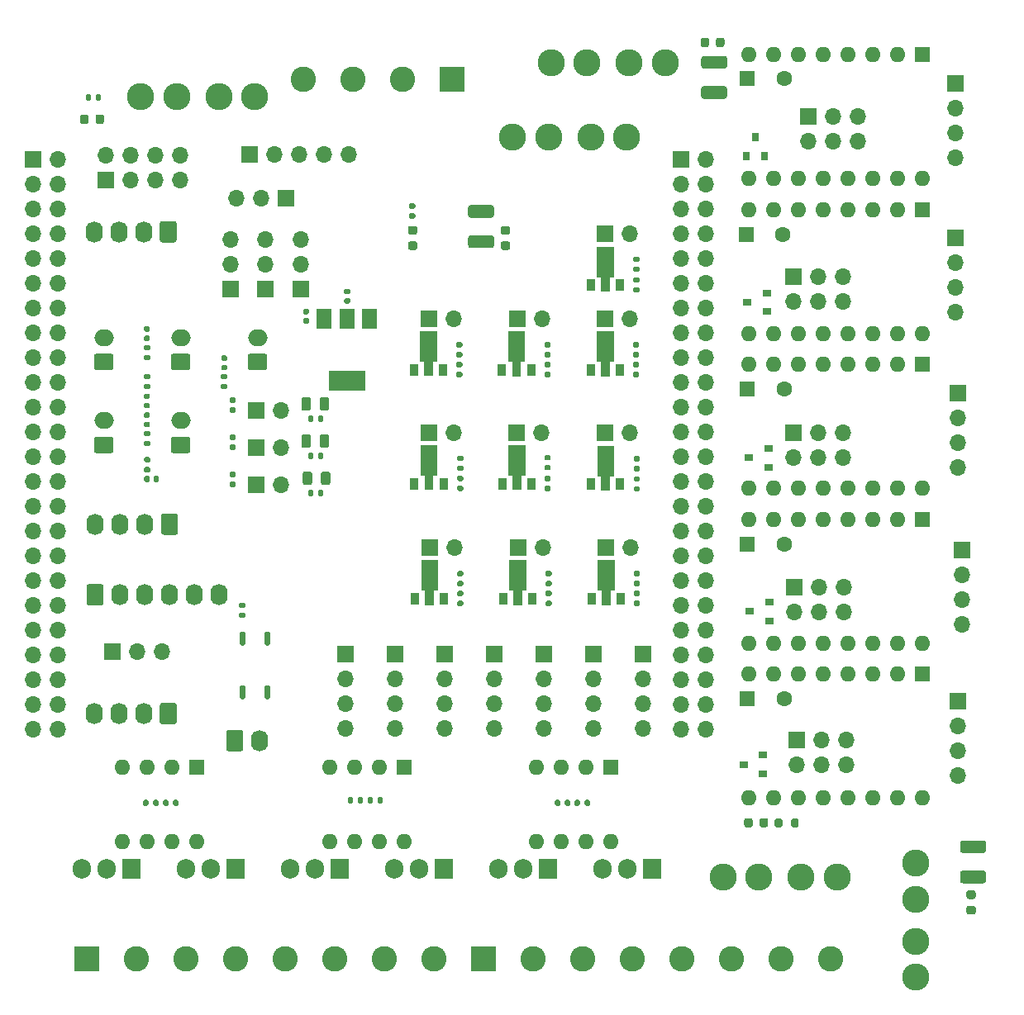
<source format=gbr>
%TF.GenerationSoftware,KiCad,Pcbnew,(5.1.10)-1*%
%TF.CreationDate,2021-08-20T00:09:58-04:00*%
%TF.ProjectId,Back_F407_expansion_board,4261636b-5f46-4343-9037-5f657870616e,rev?*%
%TF.SameCoordinates,Original*%
%TF.FileFunction,Soldermask,Top*%
%TF.FilePolarity,Negative*%
%FSLAX46Y46*%
G04 Gerber Fmt 4.6, Leading zero omitted, Abs format (unit mm)*
G04 Created by KiCad (PCBNEW (5.1.10)-1) date 2021-08-20 00:09:58*
%MOMM*%
%LPD*%
G01*
G04 APERTURE LIST*
%ADD10C,2.780000*%
%ADD11O,1.740000X2.190000*%
%ADD12C,0.100000*%
%ADD13R,0.900000X1.300000*%
%ADD14R,1.500000X2.000000*%
%ADD15R,3.800000X2.000000*%
%ADD16O,1.700000X1.700000*%
%ADD17R,1.700000X1.700000*%
%ADD18O,1.600000X1.600000*%
%ADD19R,1.600000X1.600000*%
%ADD20R,0.900000X0.800000*%
%ADD21C,1.600000*%
%ADD22C,2.600000*%
%ADD23R,2.600000X2.600000*%
%ADD24O,2.000000X1.700000*%
%ADD25R,0.800000X0.900000*%
%ADD26O,1.905000X2.000000*%
%ADD27R,1.905000X2.000000*%
G04 APERTURE END LIST*
%TO.C,U15*%
G36*
G01*
X97017500Y-100710800D02*
X97292500Y-100710800D01*
G75*
G02*
X97430000Y-100848300I0J-137500D01*
G01*
X97430000Y-102023300D01*
G75*
G02*
X97292500Y-102160800I-137500J0D01*
G01*
X97017500Y-102160800D01*
G75*
G02*
X96880000Y-102023300I0J137500D01*
G01*
X96880000Y-100848300D01*
G75*
G02*
X97017500Y-100710800I137500J0D01*
G01*
G37*
G36*
G01*
X94477500Y-100710800D02*
X94752500Y-100710800D01*
G75*
G02*
X94890000Y-100848300I0J-137500D01*
G01*
X94890000Y-102023300D01*
G75*
G02*
X94752500Y-102160800I-137500J0D01*
G01*
X94477500Y-102160800D01*
G75*
G02*
X94340000Y-102023300I0J137500D01*
G01*
X94340000Y-100848300D01*
G75*
G02*
X94477500Y-100710800I137500J0D01*
G01*
G37*
G36*
G01*
X94477500Y-95210800D02*
X94752500Y-95210800D01*
G75*
G02*
X94890000Y-95348300I0J-137500D01*
G01*
X94890000Y-96523300D01*
G75*
G02*
X94752500Y-96660800I-137500J0D01*
G01*
X94477500Y-96660800D01*
G75*
G02*
X94340000Y-96523300I0J137500D01*
G01*
X94340000Y-95348300D01*
G75*
G02*
X94477500Y-95210800I137500J0D01*
G01*
G37*
G36*
G01*
X97017500Y-95210800D02*
X97292500Y-95210800D01*
G75*
G02*
X97430000Y-95348300I0J-137500D01*
G01*
X97430000Y-96523300D01*
G75*
G02*
X97292500Y-96660800I-137500J0D01*
G01*
X97017500Y-96660800D01*
G75*
G02*
X96880000Y-96523300I0J137500D01*
G01*
X96880000Y-95348300D01*
G75*
G02*
X97017500Y-95210800I137500J0D01*
G01*
G37*
%TD*%
D10*
%TO.C,F5*%
X163550600Y-118956600D03*
X163550600Y-122656600D03*
X163550600Y-126956600D03*
X163550600Y-130656600D03*
%TD*%
%TO.C,F4*%
X84176600Y-40411400D03*
X87876600Y-40411400D03*
X92176600Y-40411400D03*
X95876600Y-40411400D03*
%TD*%
%TO.C,F3*%
X143824200Y-120421400D03*
X147524200Y-120421400D03*
X151824200Y-120421400D03*
X155524200Y-120421400D03*
%TD*%
%TO.C,F2*%
X133958600Y-44526200D03*
X130258600Y-44526200D03*
X125958600Y-44526200D03*
X122258600Y-44526200D03*
%TD*%
%TO.C,F1*%
X137912600Y-36906200D03*
X134212600Y-36906200D03*
X129912600Y-36906200D03*
X126212600Y-36906200D03*
%TD*%
%TO.C,R58*%
G36*
G01*
X141850800Y-39304200D02*
X144000800Y-39304200D01*
G75*
G02*
X144250800Y-39554200I0J-250000D01*
G01*
X144250800Y-40354200D01*
G75*
G02*
X144000800Y-40604200I-250000J0D01*
G01*
X141850800Y-40604200D01*
G75*
G02*
X141600800Y-40354200I0J250000D01*
G01*
X141600800Y-39554200D01*
G75*
G02*
X141850800Y-39304200I250000J0D01*
G01*
G37*
G36*
G01*
X141850800Y-36204200D02*
X144000800Y-36204200D01*
G75*
G02*
X144250800Y-36454200I0J-250000D01*
G01*
X144250800Y-37254200D01*
G75*
G02*
X144000800Y-37504200I-250000J0D01*
G01*
X141850800Y-37504200D01*
G75*
G02*
X141600800Y-37254200I0J250000D01*
G01*
X141600800Y-36454200D01*
G75*
G02*
X141850800Y-36204200I250000J0D01*
G01*
G37*
%TD*%
%TO.C,R56*%
G36*
G01*
X120124800Y-52795000D02*
X117974800Y-52795000D01*
G75*
G02*
X117724800Y-52545000I0J250000D01*
G01*
X117724800Y-51745000D01*
G75*
G02*
X117974800Y-51495000I250000J0D01*
G01*
X120124800Y-51495000D01*
G75*
G02*
X120374800Y-51745000I0J-250000D01*
G01*
X120374800Y-52545000D01*
G75*
G02*
X120124800Y-52795000I-250000J0D01*
G01*
G37*
G36*
G01*
X120124800Y-55895000D02*
X117974800Y-55895000D01*
G75*
G02*
X117724800Y-55645000I0J250000D01*
G01*
X117724800Y-54845000D01*
G75*
G02*
X117974800Y-54595000I250000J0D01*
G01*
X120124800Y-54595000D01*
G75*
G02*
X120374800Y-54845000I0J-250000D01*
G01*
X120374800Y-55645000D01*
G75*
G02*
X120124800Y-55895000I-250000J0D01*
G01*
G37*
%TD*%
%TO.C,R50*%
G36*
G01*
X150779800Y-115108400D02*
X150779800Y-114558400D01*
G75*
G02*
X150979800Y-114358400I200000J0D01*
G01*
X151379800Y-114358400D01*
G75*
G02*
X151579800Y-114558400I0J-200000D01*
G01*
X151579800Y-115108400D01*
G75*
G02*
X151379800Y-115308400I-200000J0D01*
G01*
X150979800Y-115308400D01*
G75*
G02*
X150779800Y-115108400I0J200000D01*
G01*
G37*
G36*
G01*
X149129800Y-115108400D02*
X149129800Y-114558400D01*
G75*
G02*
X149329800Y-114358400I200000J0D01*
G01*
X149729800Y-114358400D01*
G75*
G02*
X149929800Y-114558400I0J-200000D01*
G01*
X149929800Y-115108400D01*
G75*
G02*
X149729800Y-115308400I-200000J0D01*
G01*
X149329800Y-115308400D01*
G75*
G02*
X149129800Y-115108400I0J200000D01*
G01*
G37*
%TD*%
%TO.C,R48*%
G36*
G01*
X170518400Y-117921800D02*
X168368400Y-117921800D01*
G75*
G02*
X168118400Y-117671800I0J250000D01*
G01*
X168118400Y-116871800D01*
G75*
G02*
X168368400Y-116621800I250000J0D01*
G01*
X170518400Y-116621800D01*
G75*
G02*
X170768400Y-116871800I0J-250000D01*
G01*
X170768400Y-117671800D01*
G75*
G02*
X170518400Y-117921800I-250000J0D01*
G01*
G37*
G36*
G01*
X170518400Y-121021800D02*
X168368400Y-121021800D01*
G75*
G02*
X168118400Y-120771800I0J250000D01*
G01*
X168118400Y-119971800D01*
G75*
G02*
X168368400Y-119721800I250000J0D01*
G01*
X170518400Y-119721800D01*
G75*
G02*
X170768400Y-119971800I0J-250000D01*
G01*
X170768400Y-120771800D01*
G75*
G02*
X170518400Y-121021800I-250000J0D01*
G01*
G37*
%TD*%
%TO.C,D20*%
G36*
G01*
X142398100Y-34567150D02*
X142398100Y-35079650D01*
G75*
G02*
X142179350Y-35298400I-218750J0D01*
G01*
X141741850Y-35298400D01*
G75*
G02*
X141523100Y-35079650I0J218750D01*
G01*
X141523100Y-34567150D01*
G75*
G02*
X141741850Y-34348400I218750J0D01*
G01*
X142179350Y-34348400D01*
G75*
G02*
X142398100Y-34567150I0J-218750D01*
G01*
G37*
G36*
G01*
X143973100Y-34567150D02*
X143973100Y-35079650D01*
G75*
G02*
X143754350Y-35298400I-218750J0D01*
G01*
X143316850Y-35298400D01*
G75*
G02*
X143098100Y-35079650I0J218750D01*
G01*
X143098100Y-34567150D01*
G75*
G02*
X143316850Y-34348400I218750J0D01*
G01*
X143754350Y-34348400D01*
G75*
G02*
X143973100Y-34567150I0J-218750D01*
G01*
G37*
%TD*%
%TO.C,D18*%
G36*
G01*
X121282750Y-55216300D02*
X121795250Y-55216300D01*
G75*
G02*
X122014000Y-55435050I0J-218750D01*
G01*
X122014000Y-55872550D01*
G75*
G02*
X121795250Y-56091300I-218750J0D01*
G01*
X121282750Y-56091300D01*
G75*
G02*
X121064000Y-55872550I0J218750D01*
G01*
X121064000Y-55435050D01*
G75*
G02*
X121282750Y-55216300I218750J0D01*
G01*
G37*
G36*
G01*
X121282750Y-53641300D02*
X121795250Y-53641300D01*
G75*
G02*
X122014000Y-53860050I0J-218750D01*
G01*
X122014000Y-54297550D01*
G75*
G02*
X121795250Y-54516300I-218750J0D01*
G01*
X121282750Y-54516300D01*
G75*
G02*
X121064000Y-54297550I0J218750D01*
G01*
X121064000Y-53860050D01*
G75*
G02*
X121282750Y-53641300I218750J0D01*
G01*
G37*
%TD*%
%TO.C,D16*%
G36*
G01*
X111783150Y-55211700D02*
X112295650Y-55211700D01*
G75*
G02*
X112514400Y-55430450I0J-218750D01*
G01*
X112514400Y-55867950D01*
G75*
G02*
X112295650Y-56086700I-218750J0D01*
G01*
X111783150Y-56086700D01*
G75*
G02*
X111564400Y-55867950I0J218750D01*
G01*
X111564400Y-55430450D01*
G75*
G02*
X111783150Y-55211700I218750J0D01*
G01*
G37*
G36*
G01*
X111783150Y-53636700D02*
X112295650Y-53636700D01*
G75*
G02*
X112514400Y-53855450I0J-218750D01*
G01*
X112514400Y-54292950D01*
G75*
G02*
X112295650Y-54511700I-218750J0D01*
G01*
X111783150Y-54511700D01*
G75*
G02*
X111564400Y-54292950I0J218750D01*
G01*
X111564400Y-53855450D01*
G75*
G02*
X111783150Y-53636700I218750J0D01*
G01*
G37*
%TD*%
%TO.C,D14*%
G36*
G01*
X79544900Y-42953650D02*
X79544900Y-42441150D01*
G75*
G02*
X79763650Y-42222400I218750J0D01*
G01*
X80201150Y-42222400D01*
G75*
G02*
X80419900Y-42441150I0J-218750D01*
G01*
X80419900Y-42953650D01*
G75*
G02*
X80201150Y-43172400I-218750J0D01*
G01*
X79763650Y-43172400D01*
G75*
G02*
X79544900Y-42953650I0J218750D01*
G01*
G37*
G36*
G01*
X77969900Y-42953650D02*
X77969900Y-42441150D01*
G75*
G02*
X78188650Y-42222400I218750J0D01*
G01*
X78626150Y-42222400D01*
G75*
G02*
X78844900Y-42441150I0J-218750D01*
G01*
X78844900Y-42953650D01*
G75*
G02*
X78626150Y-43172400I-218750J0D01*
G01*
X78188650Y-43172400D01*
G75*
G02*
X77969900Y-42953650I0J218750D01*
G01*
G37*
%TD*%
%TO.C,D12*%
G36*
G01*
X146868300Y-114551750D02*
X146868300Y-115064250D01*
G75*
G02*
X146649550Y-115283000I-218750J0D01*
G01*
X146212050Y-115283000D01*
G75*
G02*
X145993300Y-115064250I0J218750D01*
G01*
X145993300Y-114551750D01*
G75*
G02*
X146212050Y-114333000I218750J0D01*
G01*
X146649550Y-114333000D01*
G75*
G02*
X146868300Y-114551750I0J-218750D01*
G01*
G37*
G36*
G01*
X148443300Y-114551750D02*
X148443300Y-115064250D01*
G75*
G02*
X148224550Y-115283000I-218750J0D01*
G01*
X147787050Y-115283000D01*
G75*
G02*
X147568300Y-115064250I0J218750D01*
G01*
X147568300Y-114551750D01*
G75*
G02*
X147787050Y-114333000I218750J0D01*
G01*
X148224550Y-114333000D01*
G75*
G02*
X148443300Y-114551750I0J-218750D01*
G01*
G37*
%TD*%
%TO.C,D10*%
G36*
G01*
X168983950Y-123336900D02*
X169496450Y-123336900D01*
G75*
G02*
X169715200Y-123555650I0J-218750D01*
G01*
X169715200Y-123993150D01*
G75*
G02*
X169496450Y-124211900I-218750J0D01*
G01*
X168983950Y-124211900D01*
G75*
G02*
X168765200Y-123993150I0J218750D01*
G01*
X168765200Y-123555650D01*
G75*
G02*
X168983950Y-123336900I218750J0D01*
G01*
G37*
G36*
G01*
X168983950Y-121761900D02*
X169496450Y-121761900D01*
G75*
G02*
X169715200Y-121980650I0J-218750D01*
G01*
X169715200Y-122418150D01*
G75*
G02*
X169496450Y-122636900I-218750J0D01*
G01*
X168983950Y-122636900D01*
G75*
G02*
X168765200Y-122418150I0J218750D01*
G01*
X168765200Y-121980650D01*
G75*
G02*
X168983950Y-121761900I218750J0D01*
G01*
G37*
%TD*%
%TO.C,C12*%
G36*
G01*
X105503800Y-60633000D02*
X105163800Y-60633000D01*
G75*
G02*
X105023800Y-60493000I0J140000D01*
G01*
X105023800Y-60213000D01*
G75*
G02*
X105163800Y-60073000I140000J0D01*
G01*
X105503800Y-60073000D01*
G75*
G02*
X105643800Y-60213000I0J-140000D01*
G01*
X105643800Y-60493000D01*
G75*
G02*
X105503800Y-60633000I-140000J0D01*
G01*
G37*
G36*
G01*
X105503800Y-61593000D02*
X105163800Y-61593000D01*
G75*
G02*
X105023800Y-61453000I0J140000D01*
G01*
X105023800Y-61173000D01*
G75*
G02*
X105163800Y-61033000I140000J0D01*
G01*
X105503800Y-61033000D01*
G75*
G02*
X105643800Y-61173000I0J-140000D01*
G01*
X105643800Y-61453000D01*
G75*
G02*
X105503800Y-61593000I-140000J0D01*
G01*
G37*
%TD*%
%TO.C,C11*%
G36*
G01*
X100947400Y-63093000D02*
X101287400Y-63093000D01*
G75*
G02*
X101427400Y-63233000I0J-140000D01*
G01*
X101427400Y-63513000D01*
G75*
G02*
X101287400Y-63653000I-140000J0D01*
G01*
X100947400Y-63653000D01*
G75*
G02*
X100807400Y-63513000I0J140000D01*
G01*
X100807400Y-63233000D01*
G75*
G02*
X100947400Y-63093000I140000J0D01*
G01*
G37*
G36*
G01*
X100947400Y-62133000D02*
X101287400Y-62133000D01*
G75*
G02*
X101427400Y-62273000I0J-140000D01*
G01*
X101427400Y-62553000D01*
G75*
G02*
X101287400Y-62693000I-140000J0D01*
G01*
X100947400Y-62693000D01*
G75*
G02*
X100807400Y-62553000I0J140000D01*
G01*
X100807400Y-62273000D01*
G75*
G02*
X100947400Y-62133000I140000J0D01*
G01*
G37*
%TD*%
%TO.C,C10*%
G36*
G01*
X92565400Y-67868200D02*
X92905400Y-67868200D01*
G75*
G02*
X93045400Y-68008200I0J-140000D01*
G01*
X93045400Y-68288200D01*
G75*
G02*
X92905400Y-68428200I-140000J0D01*
G01*
X92565400Y-68428200D01*
G75*
G02*
X92425400Y-68288200I0J140000D01*
G01*
X92425400Y-68008200D01*
G75*
G02*
X92565400Y-67868200I140000J0D01*
G01*
G37*
G36*
G01*
X92565400Y-66908200D02*
X92905400Y-66908200D01*
G75*
G02*
X93045400Y-67048200I0J-140000D01*
G01*
X93045400Y-67328200D01*
G75*
G02*
X92905400Y-67468200I-140000J0D01*
G01*
X92565400Y-67468200D01*
G75*
G02*
X92425400Y-67328200I0J140000D01*
G01*
X92425400Y-67048200D01*
G75*
G02*
X92565400Y-66908200I140000J0D01*
G01*
G37*
%TD*%
%TO.C,C9*%
G36*
G01*
X84640600Y-64871000D02*
X84980600Y-64871000D01*
G75*
G02*
X85120600Y-65011000I0J-140000D01*
G01*
X85120600Y-65291000D01*
G75*
G02*
X84980600Y-65431000I-140000J0D01*
G01*
X84640600Y-65431000D01*
G75*
G02*
X84500600Y-65291000I0J140000D01*
G01*
X84500600Y-65011000D01*
G75*
G02*
X84640600Y-64871000I140000J0D01*
G01*
G37*
G36*
G01*
X84640600Y-63911000D02*
X84980600Y-63911000D01*
G75*
G02*
X85120600Y-64051000I0J-140000D01*
G01*
X85120600Y-64331000D01*
G75*
G02*
X84980600Y-64471000I-140000J0D01*
G01*
X84640600Y-64471000D01*
G75*
G02*
X84500600Y-64331000I0J140000D01*
G01*
X84500600Y-64051000D01*
G75*
G02*
X84640600Y-63911000I140000J0D01*
G01*
G37*
%TD*%
%TO.C,C8*%
G36*
G01*
X85090600Y-79408200D02*
X85090600Y-79748200D01*
G75*
G02*
X84950600Y-79888200I-140000J0D01*
G01*
X84670600Y-79888200D01*
G75*
G02*
X84530600Y-79748200I0J140000D01*
G01*
X84530600Y-79408200D01*
G75*
G02*
X84670600Y-79268200I140000J0D01*
G01*
X84950600Y-79268200D01*
G75*
G02*
X85090600Y-79408200I0J-140000D01*
G01*
G37*
G36*
G01*
X86050600Y-79408200D02*
X86050600Y-79748200D01*
G75*
G02*
X85910600Y-79888200I-140000J0D01*
G01*
X85630600Y-79888200D01*
G75*
G02*
X85490600Y-79748200I0J140000D01*
G01*
X85490600Y-79408200D01*
G75*
G02*
X85630600Y-79268200I140000J0D01*
G01*
X85910600Y-79268200D01*
G75*
G02*
X86050600Y-79408200I0J-140000D01*
G01*
G37*
%TD*%
%TO.C,C7*%
G36*
G01*
X84640600Y-73705000D02*
X84980600Y-73705000D01*
G75*
G02*
X85120600Y-73845000I0J-140000D01*
G01*
X85120600Y-74125000D01*
G75*
G02*
X84980600Y-74265000I-140000J0D01*
G01*
X84640600Y-74265000D01*
G75*
G02*
X84500600Y-74125000I0J140000D01*
G01*
X84500600Y-73845000D01*
G75*
G02*
X84640600Y-73705000I140000J0D01*
G01*
G37*
G36*
G01*
X84640600Y-72745000D02*
X84980600Y-72745000D01*
G75*
G02*
X85120600Y-72885000I0J-140000D01*
G01*
X85120600Y-73165000D01*
G75*
G02*
X84980600Y-73305000I-140000J0D01*
G01*
X84640600Y-73305000D01*
G75*
G02*
X84500600Y-73165000I0J140000D01*
G01*
X84500600Y-72885000D01*
G75*
G02*
X84640600Y-72745000I140000J0D01*
G01*
G37*
%TD*%
%TO.C,C6*%
G36*
G01*
X84980600Y-71374600D02*
X84640600Y-71374600D01*
G75*
G02*
X84500600Y-71234600I0J140000D01*
G01*
X84500600Y-70954600D01*
G75*
G02*
X84640600Y-70814600I140000J0D01*
G01*
X84980600Y-70814600D01*
G75*
G02*
X85120600Y-70954600I0J-140000D01*
G01*
X85120600Y-71234600D01*
G75*
G02*
X84980600Y-71374600I-140000J0D01*
G01*
G37*
G36*
G01*
X84980600Y-72334600D02*
X84640600Y-72334600D01*
G75*
G02*
X84500600Y-72194600I0J140000D01*
G01*
X84500600Y-71914600D01*
G75*
G02*
X84640600Y-71774600I140000J0D01*
G01*
X84980600Y-71774600D01*
G75*
G02*
X85120600Y-71914600I0J-140000D01*
G01*
X85120600Y-72194600D01*
G75*
G02*
X84980600Y-72334600I-140000J0D01*
G01*
G37*
%TD*%
%TO.C,R23*%
G36*
G01*
X94749200Y-92802200D02*
X94379200Y-92802200D01*
G75*
G02*
X94244200Y-92667200I0J135000D01*
G01*
X94244200Y-92397200D01*
G75*
G02*
X94379200Y-92262200I135000J0D01*
G01*
X94749200Y-92262200D01*
G75*
G02*
X94884200Y-92397200I0J-135000D01*
G01*
X94884200Y-92667200D01*
G75*
G02*
X94749200Y-92802200I-135000J0D01*
G01*
G37*
G36*
G01*
X94749200Y-93822200D02*
X94379200Y-93822200D01*
G75*
G02*
X94244200Y-93687200I0J135000D01*
G01*
X94244200Y-93417200D01*
G75*
G02*
X94379200Y-93282200I135000J0D01*
G01*
X94749200Y-93282200D01*
G75*
G02*
X94884200Y-93417200I0J-135000D01*
G01*
X94884200Y-93687200D01*
G75*
G02*
X94749200Y-93822200I-135000J0D01*
G01*
G37*
%TD*%
D11*
%TO.C,J8*%
X96342200Y-106400600D03*
G36*
G01*
X92932200Y-107245601D02*
X92932200Y-105555599D01*
G75*
G02*
X93182199Y-105305600I249999J0D01*
G01*
X94422201Y-105305600D01*
G75*
G02*
X94672200Y-105555599I0J-249999D01*
G01*
X94672200Y-107245601D01*
G75*
G02*
X94422201Y-107495600I-249999J0D01*
G01*
X93182199Y-107495600D01*
G75*
G02*
X92932200Y-107245601I0J249999D01*
G01*
G37*
%TD*%
D12*
%TO.C,U14*%
G36*
X114633100Y-87895400D02*
G01*
X114633100Y-91020400D01*
X114216600Y-91020400D01*
X114216600Y-92495400D01*
X113316600Y-92495400D01*
X113316600Y-91020400D01*
X112900100Y-91020400D01*
X112900100Y-87895400D01*
X114633100Y-87895400D01*
G37*
D13*
X115266600Y-91845400D03*
X112266600Y-91845400D03*
%TD*%
D12*
%TO.C,U13*%
G36*
X123675500Y-87895400D02*
G01*
X123675500Y-91020400D01*
X123259000Y-91020400D01*
X123259000Y-92495400D01*
X122359000Y-92495400D01*
X122359000Y-91020400D01*
X121942500Y-91020400D01*
X121942500Y-87895400D01*
X123675500Y-87895400D01*
G37*
D13*
X124309000Y-91845400D03*
X121309000Y-91845400D03*
%TD*%
D12*
%TO.C,U12*%
G36*
X132717900Y-87895400D02*
G01*
X132717900Y-91020400D01*
X132301400Y-91020400D01*
X132301400Y-92495400D01*
X131401400Y-92495400D01*
X131401400Y-91020400D01*
X130984900Y-91020400D01*
X130984900Y-87895400D01*
X132717900Y-87895400D01*
G37*
D13*
X133351400Y-91845400D03*
X130351400Y-91845400D03*
%TD*%
D12*
%TO.C,U11*%
G36*
X114582300Y-76109800D02*
G01*
X114582300Y-79234800D01*
X114165800Y-79234800D01*
X114165800Y-80709800D01*
X113265800Y-80709800D01*
X113265800Y-79234800D01*
X112849300Y-79234800D01*
X112849300Y-76109800D01*
X114582300Y-76109800D01*
G37*
D13*
X115215800Y-80059800D03*
X112215800Y-80059800D03*
%TD*%
D12*
%TO.C,U10*%
G36*
X132667100Y-76160600D02*
G01*
X132667100Y-79285600D01*
X132250600Y-79285600D01*
X132250600Y-80760600D01*
X131350600Y-80760600D01*
X131350600Y-79285600D01*
X130934100Y-79285600D01*
X130934100Y-76160600D01*
X132667100Y-76160600D01*
G37*
D13*
X133300600Y-80110600D03*
X130300600Y-80110600D03*
%TD*%
D12*
%TO.C,U9*%
G36*
X114531500Y-64425800D02*
G01*
X114531500Y-67550800D01*
X114115000Y-67550800D01*
X114115000Y-69025800D01*
X113215000Y-69025800D01*
X113215000Y-67550800D01*
X112798500Y-67550800D01*
X112798500Y-64425800D01*
X114531500Y-64425800D01*
G37*
D13*
X115165000Y-68375800D03*
X112165000Y-68375800D03*
%TD*%
D12*
%TO.C,U8*%
G36*
X123573900Y-76109800D02*
G01*
X123573900Y-79234800D01*
X123157400Y-79234800D01*
X123157400Y-80709800D01*
X122257400Y-80709800D01*
X122257400Y-79234800D01*
X121840900Y-79234800D01*
X121840900Y-76109800D01*
X123573900Y-76109800D01*
G37*
D13*
X124207400Y-80059800D03*
X121207400Y-80059800D03*
%TD*%
D12*
%TO.C,U7*%
G36*
X132628600Y-64438100D02*
G01*
X132628600Y-67563100D01*
X132212100Y-67563100D01*
X132212100Y-69038100D01*
X131312100Y-69038100D01*
X131312100Y-67563100D01*
X130895600Y-67563100D01*
X130895600Y-64438100D01*
X132628600Y-64438100D01*
G37*
D13*
X133262100Y-68388100D03*
X130262100Y-68388100D03*
%TD*%
D12*
%TO.C,U6*%
G36*
X132643100Y-55765400D02*
G01*
X132643100Y-58890400D01*
X132226600Y-58890400D01*
X132226600Y-60365400D01*
X131326600Y-60365400D01*
X131326600Y-58890400D01*
X130910100Y-58890400D01*
X130910100Y-55765400D01*
X132643100Y-55765400D01*
G37*
D13*
X133276600Y-59715400D03*
X130276600Y-59715400D03*
%TD*%
D14*
%TO.C,U5*%
X107583000Y-63169400D03*
X102983000Y-63169400D03*
X105283000Y-63169400D03*
D15*
X105283000Y-69469400D03*
%TD*%
D16*
%TO.C,J29*%
X116332000Y-86614000D03*
D17*
X113792000Y-86614000D03*
%TD*%
D16*
%TO.C,J28*%
X125349000Y-86614000D03*
D17*
X122809000Y-86614000D03*
%TD*%
D16*
%TO.C,J27*%
X134366000Y-86614000D03*
D17*
X131826000Y-86614000D03*
%TD*%
D16*
%TO.C,J26*%
X116205000Y-74803000D03*
D17*
X113665000Y-74803000D03*
%TD*%
D16*
%TO.C,J20*%
X125222000Y-74803000D03*
D17*
X122682000Y-74803000D03*
%TD*%
D16*
%TO.C,J19*%
X134239000Y-74803000D03*
D17*
X131699000Y-74803000D03*
%TD*%
D16*
%TO.C,J18*%
X116205000Y-63119000D03*
D17*
X113665000Y-63119000D03*
%TD*%
D16*
%TO.C,J17*%
X125262000Y-63119000D03*
D17*
X122722000Y-63119000D03*
%TD*%
D16*
%TO.C,J13*%
X134239000Y-63119000D03*
D17*
X131699000Y-63119000D03*
%TD*%
D16*
%TO.C,J10*%
X134289800Y-54432200D03*
D17*
X131749800Y-54432200D03*
%TD*%
D12*
%TO.C,U4*%
G36*
X123548500Y-64438500D02*
G01*
X123548500Y-67563500D01*
X123132000Y-67563500D01*
X123132000Y-69038500D01*
X122232000Y-69038500D01*
X122232000Y-67563500D01*
X121815500Y-67563500D01*
X121815500Y-64438500D01*
X123548500Y-64438500D01*
G37*
D13*
X124182000Y-68388500D03*
X121182000Y-68388500D03*
%TD*%
%TO.C,R54*%
G36*
G01*
X112173600Y-51853400D02*
X111803600Y-51853400D01*
G75*
G02*
X111668600Y-51718400I0J135000D01*
G01*
X111668600Y-51448400D01*
G75*
G02*
X111803600Y-51313400I135000J0D01*
G01*
X112173600Y-51313400D01*
G75*
G02*
X112308600Y-51448400I0J-135000D01*
G01*
X112308600Y-51718400D01*
G75*
G02*
X112173600Y-51853400I-135000J0D01*
G01*
G37*
G36*
G01*
X112173600Y-52873400D02*
X111803600Y-52873400D01*
G75*
G02*
X111668600Y-52738400I0J135000D01*
G01*
X111668600Y-52468400D01*
G75*
G02*
X111803600Y-52333400I135000J0D01*
G01*
X112173600Y-52333400D01*
G75*
G02*
X112308600Y-52468400I0J-135000D01*
G01*
X112308600Y-52738400D01*
G75*
G02*
X112173600Y-52873400I-135000J0D01*
G01*
G37*
%TD*%
%TO.C,R52*%
G36*
G01*
X79551500Y-40634500D02*
X79551500Y-40264500D01*
G75*
G02*
X79686500Y-40129500I135000J0D01*
G01*
X79956500Y-40129500D01*
G75*
G02*
X80091500Y-40264500I0J-135000D01*
G01*
X80091500Y-40634500D01*
G75*
G02*
X79956500Y-40769500I-135000J0D01*
G01*
X79686500Y-40769500D01*
G75*
G02*
X79551500Y-40634500I0J135000D01*
G01*
G37*
G36*
G01*
X78531500Y-40634500D02*
X78531500Y-40264500D01*
G75*
G02*
X78666500Y-40129500I135000J0D01*
G01*
X78936500Y-40129500D01*
G75*
G02*
X79071500Y-40264500I0J-135000D01*
G01*
X79071500Y-40634500D01*
G75*
G02*
X78936500Y-40769500I-135000J0D01*
G01*
X78666500Y-40769500D01*
G75*
G02*
X78531500Y-40634500I0J135000D01*
G01*
G37*
%TD*%
D16*
%TO.C,J2*%
X142070000Y-105260000D03*
X139530000Y-105260000D03*
X142070000Y-102720000D03*
X139530000Y-102720000D03*
X142070000Y-100180000D03*
X139530000Y-100180000D03*
X142070000Y-97640000D03*
X139530000Y-97640000D03*
X142070000Y-95100000D03*
X139530000Y-95100000D03*
X142070000Y-92560000D03*
X139530000Y-92560000D03*
X142070000Y-90020000D03*
X139530000Y-90020000D03*
X142070000Y-87480000D03*
X139530000Y-87480000D03*
X142070000Y-84940000D03*
X139530000Y-84940000D03*
X142070000Y-82400000D03*
X139530000Y-82400000D03*
X142070000Y-79860000D03*
X139530000Y-79860000D03*
X142070000Y-77320000D03*
X139530000Y-77320000D03*
X142070000Y-74780000D03*
X139530000Y-74780000D03*
X142070000Y-72240000D03*
X139530000Y-72240000D03*
X142070000Y-69700000D03*
X139530000Y-69700000D03*
X142070000Y-67160000D03*
X139530000Y-67160000D03*
X142070000Y-64620000D03*
X139530000Y-64620000D03*
X142070000Y-62080000D03*
X139530000Y-62080000D03*
X142070000Y-59540000D03*
X139530000Y-59540000D03*
X142070000Y-57000000D03*
X139530000Y-57000000D03*
X142070000Y-54460000D03*
X139530000Y-54460000D03*
X142070000Y-51920000D03*
X139530000Y-51920000D03*
X142070000Y-49380000D03*
X139530000Y-49380000D03*
X142070000Y-46840000D03*
D17*
X139530000Y-46840000D03*
%TD*%
D16*
%TO.C,J48*%
X100584000Y-54991000D03*
X100584000Y-57531000D03*
D17*
X100584000Y-60071000D03*
%TD*%
D16*
%TO.C,J47*%
X96901000Y-54991000D03*
X96901000Y-57531000D03*
D17*
X96901000Y-60071000D03*
%TD*%
D16*
%TO.C,J46*%
X93345000Y-54991000D03*
X93345000Y-57531000D03*
D17*
X93345000Y-60071000D03*
%TD*%
D16*
%TO.C,J45*%
X86360000Y-97282000D03*
X83820000Y-97282000D03*
D17*
X81280000Y-97282000D03*
%TD*%
D16*
%TO.C,J1*%
X75650000Y-105270000D03*
X73110000Y-105270000D03*
X75650000Y-102730000D03*
X73110000Y-102730000D03*
X75650000Y-100190000D03*
X73110000Y-100190000D03*
X75650000Y-97650000D03*
X73110000Y-97650000D03*
X75650000Y-95110000D03*
X73110000Y-95110000D03*
X75650000Y-92570000D03*
X73110000Y-92570000D03*
X75650000Y-90030000D03*
X73110000Y-90030000D03*
X75650000Y-87490000D03*
X73110000Y-87490000D03*
X75650000Y-84950000D03*
X73110000Y-84950000D03*
X75650000Y-82410000D03*
X73110000Y-82410000D03*
X75650000Y-79870000D03*
X73110000Y-79870000D03*
X75650000Y-77330000D03*
X73110000Y-77330000D03*
X75650000Y-74790000D03*
X73110000Y-74790000D03*
X75650000Y-72250000D03*
X73110000Y-72250000D03*
X75650000Y-69710000D03*
X73110000Y-69710000D03*
X75650000Y-67170000D03*
X73110000Y-67170000D03*
X75650000Y-64630000D03*
X73110000Y-64630000D03*
X75650000Y-62090000D03*
X73110000Y-62090000D03*
X75650000Y-59550000D03*
X73110000Y-59550000D03*
X75650000Y-57010000D03*
X73110000Y-57010000D03*
X75650000Y-54470000D03*
X73110000Y-54470000D03*
X75650000Y-51930000D03*
X73110000Y-51930000D03*
X75650000Y-49390000D03*
X73110000Y-49390000D03*
X75650000Y-46850000D03*
D17*
X73110000Y-46850000D03*
%TD*%
D18*
%TO.C,U1*%
X111125000Y-116713000D03*
X103505000Y-109093000D03*
X108585000Y-116713000D03*
X106045000Y-109093000D03*
X106045000Y-116713000D03*
X108585000Y-109093000D03*
X103505000Y-116713000D03*
D19*
X111125000Y-109093000D03*
%TD*%
D18*
%TO.C,A3*%
X164211000Y-48768000D03*
X146431000Y-36068000D03*
X161671000Y-48768000D03*
X148971000Y-36068000D03*
X159131000Y-48768000D03*
X151511000Y-36068000D03*
X156591000Y-48768000D03*
X154051000Y-36068000D03*
X154051000Y-48768000D03*
X156591000Y-36068000D03*
X151511000Y-48768000D03*
X159131000Y-36068000D03*
X148971000Y-48768000D03*
X161671000Y-36068000D03*
X146431000Y-48768000D03*
D19*
X164211000Y-36068000D03*
%TD*%
D18*
%TO.C,A1*%
X164211000Y-80518000D03*
X146431000Y-67818000D03*
X161671000Y-80518000D03*
X148971000Y-67818000D03*
X159131000Y-80518000D03*
X151511000Y-67818000D03*
X156591000Y-80518000D03*
X154051000Y-67818000D03*
X154051000Y-80518000D03*
X156591000Y-67818000D03*
X151511000Y-80518000D03*
X159131000Y-67818000D03*
X148971000Y-80518000D03*
X161671000Y-67818000D03*
X146431000Y-80518000D03*
D19*
X164211000Y-67818000D03*
%TD*%
D16*
%TO.C,J15*%
X167640000Y-62484000D03*
X167640000Y-59944000D03*
X167640000Y-57404000D03*
D17*
X167640000Y-54864000D03*
%TD*%
D20*
%TO.C,Q7*%
X146336000Y-61468000D03*
X148336000Y-60518000D03*
X148336000Y-62418000D03*
%TD*%
D21*
%TO.C,C4*%
X149977000Y-54483000D03*
D19*
X146177000Y-54483000D03*
%TD*%
D18*
%TO.C,A2*%
X164211000Y-64643000D03*
X146431000Y-51943000D03*
X161671000Y-64643000D03*
X148971000Y-51943000D03*
X159131000Y-64643000D03*
X151511000Y-51943000D03*
X156591000Y-64643000D03*
X154051000Y-51943000D03*
X154051000Y-64643000D03*
X156591000Y-51943000D03*
X151511000Y-64643000D03*
X159131000Y-51943000D03*
X148971000Y-64643000D03*
X161671000Y-51943000D03*
X146431000Y-64643000D03*
D19*
X164211000Y-51943000D03*
%TD*%
D16*
%TO.C,J40*%
X156083000Y-61341000D03*
X156083000Y-58801000D03*
X153543000Y-61341000D03*
X153543000Y-58801000D03*
X151003000Y-61341000D03*
D17*
X151003000Y-58801000D03*
%TD*%
D11*
%TO.C,J4*%
X79502000Y-84201000D03*
X82042000Y-84201000D03*
X84582000Y-84201000D03*
G36*
G01*
X87992000Y-83355999D02*
X87992000Y-85046001D01*
G75*
G02*
X87742001Y-85296000I-249999J0D01*
G01*
X86501999Y-85296000D01*
G75*
G02*
X86252000Y-85046001I0J249999D01*
G01*
X86252000Y-83355999D01*
G75*
G02*
X86501999Y-83106000I249999J0D01*
G01*
X87742001Y-83106000D01*
G75*
G02*
X87992000Y-83355999I0J-249999D01*
G01*
G37*
%TD*%
%TO.C,J5*%
X79375000Y-54229000D03*
X81915000Y-54229000D03*
X84455000Y-54229000D03*
G36*
G01*
X87865000Y-53383999D02*
X87865000Y-55074001D01*
G75*
G02*
X87615001Y-55324000I-249999J0D01*
G01*
X86374999Y-55324000D01*
G75*
G02*
X86125000Y-55074001I0J249999D01*
G01*
X86125000Y-53383999D01*
G75*
G02*
X86374999Y-53134000I249999J0D01*
G01*
X87615001Y-53134000D01*
G75*
G02*
X87865000Y-53383999I0J-249999D01*
G01*
G37*
%TD*%
D18*
%TO.C,A4*%
X164211000Y-96393000D03*
X146431000Y-83693000D03*
X161671000Y-96393000D03*
X148971000Y-83693000D03*
X159131000Y-96393000D03*
X151511000Y-83693000D03*
X156591000Y-96393000D03*
X154051000Y-83693000D03*
X154051000Y-96393000D03*
X156591000Y-83693000D03*
X151511000Y-96393000D03*
X159131000Y-83693000D03*
X148971000Y-96393000D03*
X161671000Y-83693000D03*
X146431000Y-96393000D03*
D19*
X164211000Y-83693000D03*
%TD*%
D16*
%TO.C,J44*%
X156464000Y-108839000D03*
X156464000Y-106299000D03*
X153924000Y-108839000D03*
X153924000Y-106299000D03*
X151384000Y-108839000D03*
D17*
X151384000Y-106299000D03*
%TD*%
D16*
%TO.C,J43*%
X156210000Y-93218000D03*
X156210000Y-90678000D03*
X153670000Y-93218000D03*
X153670000Y-90678000D03*
X151130000Y-93218000D03*
D17*
X151130000Y-90678000D03*
%TD*%
D16*
%TO.C,J42*%
X157607000Y-44958000D03*
X157607000Y-42418000D03*
X155067000Y-44958000D03*
X155067000Y-42418000D03*
X152527000Y-44958000D03*
D17*
X152527000Y-42418000D03*
%TD*%
D16*
%TO.C,J41*%
X156083000Y-77343000D03*
X156083000Y-74803000D03*
X153543000Y-77343000D03*
X153543000Y-74803000D03*
X151003000Y-77343000D03*
D17*
X151003000Y-74803000D03*
%TD*%
%TO.C,R21*%
G36*
G01*
X84651000Y-78347000D02*
X85021000Y-78347000D01*
G75*
G02*
X85156000Y-78482000I0J-135000D01*
G01*
X85156000Y-78752000D01*
G75*
G02*
X85021000Y-78887000I-135000J0D01*
G01*
X84651000Y-78887000D01*
G75*
G02*
X84516000Y-78752000I0J135000D01*
G01*
X84516000Y-78482000D01*
G75*
G02*
X84651000Y-78347000I135000J0D01*
G01*
G37*
G36*
G01*
X84651000Y-77327000D02*
X85021000Y-77327000D01*
G75*
G02*
X85156000Y-77462000I0J-135000D01*
G01*
X85156000Y-77732000D01*
G75*
G02*
X85021000Y-77867000I-135000J0D01*
G01*
X84651000Y-77867000D01*
G75*
G02*
X84516000Y-77732000I0J135000D01*
G01*
X84516000Y-77462000D01*
G75*
G02*
X84651000Y-77327000I135000J0D01*
G01*
G37*
%TD*%
%TO.C,R18*%
G36*
G01*
X92895000Y-69358000D02*
X92525000Y-69358000D01*
G75*
G02*
X92390000Y-69223000I0J135000D01*
G01*
X92390000Y-68953000D01*
G75*
G02*
X92525000Y-68818000I135000J0D01*
G01*
X92895000Y-68818000D01*
G75*
G02*
X93030000Y-68953000I0J-135000D01*
G01*
X93030000Y-69223000D01*
G75*
G02*
X92895000Y-69358000I-135000J0D01*
G01*
G37*
G36*
G01*
X92895000Y-70378000D02*
X92525000Y-70378000D01*
G75*
G02*
X92390000Y-70243000I0J135000D01*
G01*
X92390000Y-69973000D01*
G75*
G02*
X92525000Y-69838000I135000J0D01*
G01*
X92895000Y-69838000D01*
G75*
G02*
X93030000Y-69973000I0J-135000D01*
G01*
X93030000Y-70243000D01*
G75*
G02*
X92895000Y-70378000I-135000J0D01*
G01*
G37*
%TD*%
%TO.C,R16*%
G36*
G01*
X85021000Y-66386200D02*
X84651000Y-66386200D01*
G75*
G02*
X84516000Y-66251200I0J135000D01*
G01*
X84516000Y-65981200D01*
G75*
G02*
X84651000Y-65846200I135000J0D01*
G01*
X85021000Y-65846200D01*
G75*
G02*
X85156000Y-65981200I0J-135000D01*
G01*
X85156000Y-66251200D01*
G75*
G02*
X85021000Y-66386200I-135000J0D01*
G01*
G37*
G36*
G01*
X85021000Y-67406200D02*
X84651000Y-67406200D01*
G75*
G02*
X84516000Y-67271200I0J135000D01*
G01*
X84516000Y-67001200D01*
G75*
G02*
X84651000Y-66866200I135000J0D01*
G01*
X85021000Y-66866200D01*
G75*
G02*
X85156000Y-67001200I0J-135000D01*
G01*
X85156000Y-67271200D01*
G75*
G02*
X85021000Y-67406200I-135000J0D01*
G01*
G37*
%TD*%
%TO.C,R15*%
G36*
G01*
X127143000Y-112591000D02*
X127143000Y-112961000D01*
G75*
G02*
X127008000Y-113096000I-135000J0D01*
G01*
X126738000Y-113096000D01*
G75*
G02*
X126603000Y-112961000I0J135000D01*
G01*
X126603000Y-112591000D01*
G75*
G02*
X126738000Y-112456000I135000J0D01*
G01*
X127008000Y-112456000D01*
G75*
G02*
X127143000Y-112591000I0J-135000D01*
G01*
G37*
G36*
G01*
X128163000Y-112591000D02*
X128163000Y-112961000D01*
G75*
G02*
X128028000Y-113096000I-135000J0D01*
G01*
X127758000Y-113096000D01*
G75*
G02*
X127623000Y-112961000I0J135000D01*
G01*
X127623000Y-112591000D01*
G75*
G02*
X127758000Y-112456000I135000J0D01*
G01*
X128028000Y-112456000D01*
G75*
G02*
X128163000Y-112591000I0J-135000D01*
G01*
G37*
%TD*%
%TO.C,R14*%
G36*
G01*
X129171000Y-112591000D02*
X129171000Y-112961000D01*
G75*
G02*
X129036000Y-113096000I-135000J0D01*
G01*
X128766000Y-113096000D01*
G75*
G02*
X128631000Y-112961000I0J135000D01*
G01*
X128631000Y-112591000D01*
G75*
G02*
X128766000Y-112456000I135000J0D01*
G01*
X129036000Y-112456000D01*
G75*
G02*
X129171000Y-112591000I0J-135000D01*
G01*
G37*
G36*
G01*
X130191000Y-112591000D02*
X130191000Y-112961000D01*
G75*
G02*
X130056000Y-113096000I-135000J0D01*
G01*
X129786000Y-113096000D01*
G75*
G02*
X129651000Y-112961000I0J135000D01*
G01*
X129651000Y-112591000D01*
G75*
G02*
X129786000Y-112456000I135000J0D01*
G01*
X130056000Y-112456000D01*
G75*
G02*
X130191000Y-112591000I0J-135000D01*
G01*
G37*
%TD*%
%TO.C,R13*%
G36*
G01*
X105930000Y-112337000D02*
X105930000Y-112707000D01*
G75*
G02*
X105795000Y-112842000I-135000J0D01*
G01*
X105525000Y-112842000D01*
G75*
G02*
X105390000Y-112707000I0J135000D01*
G01*
X105390000Y-112337000D01*
G75*
G02*
X105525000Y-112202000I135000J0D01*
G01*
X105795000Y-112202000D01*
G75*
G02*
X105930000Y-112337000I0J-135000D01*
G01*
G37*
G36*
G01*
X106950000Y-112337000D02*
X106950000Y-112707000D01*
G75*
G02*
X106815000Y-112842000I-135000J0D01*
G01*
X106545000Y-112842000D01*
G75*
G02*
X106410000Y-112707000I0J135000D01*
G01*
X106410000Y-112337000D01*
G75*
G02*
X106545000Y-112202000I135000J0D01*
G01*
X106815000Y-112202000D01*
G75*
G02*
X106950000Y-112337000I0J-135000D01*
G01*
G37*
%TD*%
%TO.C,R12*%
G36*
G01*
X107962000Y-112337000D02*
X107962000Y-112707000D01*
G75*
G02*
X107827000Y-112842000I-135000J0D01*
G01*
X107557000Y-112842000D01*
G75*
G02*
X107422000Y-112707000I0J135000D01*
G01*
X107422000Y-112337000D01*
G75*
G02*
X107557000Y-112202000I135000J0D01*
G01*
X107827000Y-112202000D01*
G75*
G02*
X107962000Y-112337000I0J-135000D01*
G01*
G37*
G36*
G01*
X108982000Y-112337000D02*
X108982000Y-112707000D01*
G75*
G02*
X108847000Y-112842000I-135000J0D01*
G01*
X108577000Y-112842000D01*
G75*
G02*
X108442000Y-112707000I0J135000D01*
G01*
X108442000Y-112337000D01*
G75*
G02*
X108577000Y-112202000I135000J0D01*
G01*
X108847000Y-112202000D01*
G75*
G02*
X108982000Y-112337000I0J-135000D01*
G01*
G37*
%TD*%
%TO.C,R11*%
G36*
G01*
X93414000Y-79871000D02*
X93784000Y-79871000D01*
G75*
G02*
X93919000Y-80006000I0J-135000D01*
G01*
X93919000Y-80276000D01*
G75*
G02*
X93784000Y-80411000I-135000J0D01*
G01*
X93414000Y-80411000D01*
G75*
G02*
X93279000Y-80276000I0J135000D01*
G01*
X93279000Y-80006000D01*
G75*
G02*
X93414000Y-79871000I135000J0D01*
G01*
G37*
G36*
G01*
X93414000Y-78851000D02*
X93784000Y-78851000D01*
G75*
G02*
X93919000Y-78986000I0J-135000D01*
G01*
X93919000Y-79256000D01*
G75*
G02*
X93784000Y-79391000I-135000J0D01*
G01*
X93414000Y-79391000D01*
G75*
G02*
X93279000Y-79256000I0J135000D01*
G01*
X93279000Y-78986000D01*
G75*
G02*
X93414000Y-78851000I135000J0D01*
G01*
G37*
%TD*%
%TO.C,R10*%
G36*
G01*
X102346000Y-81211000D02*
X102346000Y-80841000D01*
G75*
G02*
X102481000Y-80706000I135000J0D01*
G01*
X102751000Y-80706000D01*
G75*
G02*
X102886000Y-80841000I0J-135000D01*
G01*
X102886000Y-81211000D01*
G75*
G02*
X102751000Y-81346000I-135000J0D01*
G01*
X102481000Y-81346000D01*
G75*
G02*
X102346000Y-81211000I0J135000D01*
G01*
G37*
G36*
G01*
X101326000Y-81211000D02*
X101326000Y-80841000D01*
G75*
G02*
X101461000Y-80706000I135000J0D01*
G01*
X101731000Y-80706000D01*
G75*
G02*
X101866000Y-80841000I0J-135000D01*
G01*
X101866000Y-81211000D01*
G75*
G02*
X101731000Y-81346000I-135000J0D01*
G01*
X101461000Y-81346000D01*
G75*
G02*
X101326000Y-81211000I0J135000D01*
G01*
G37*
%TD*%
%TO.C,R9*%
G36*
G01*
X93414000Y-76061000D02*
X93784000Y-76061000D01*
G75*
G02*
X93919000Y-76196000I0J-135000D01*
G01*
X93919000Y-76466000D01*
G75*
G02*
X93784000Y-76601000I-135000J0D01*
G01*
X93414000Y-76601000D01*
G75*
G02*
X93279000Y-76466000I0J135000D01*
G01*
X93279000Y-76196000D01*
G75*
G02*
X93414000Y-76061000I135000J0D01*
G01*
G37*
G36*
G01*
X93414000Y-75041000D02*
X93784000Y-75041000D01*
G75*
G02*
X93919000Y-75176000I0J-135000D01*
G01*
X93919000Y-75446000D01*
G75*
G02*
X93784000Y-75581000I-135000J0D01*
G01*
X93414000Y-75581000D01*
G75*
G02*
X93279000Y-75446000I0J135000D01*
G01*
X93279000Y-75176000D01*
G75*
G02*
X93414000Y-75041000I135000J0D01*
G01*
G37*
%TD*%
%TO.C,R8*%
G36*
G01*
X102350000Y-77401000D02*
X102350000Y-77031000D01*
G75*
G02*
X102485000Y-76896000I135000J0D01*
G01*
X102755000Y-76896000D01*
G75*
G02*
X102890000Y-77031000I0J-135000D01*
G01*
X102890000Y-77401000D01*
G75*
G02*
X102755000Y-77536000I-135000J0D01*
G01*
X102485000Y-77536000D01*
G75*
G02*
X102350000Y-77401000I0J135000D01*
G01*
G37*
G36*
G01*
X101330000Y-77401000D02*
X101330000Y-77031000D01*
G75*
G02*
X101465000Y-76896000I135000J0D01*
G01*
X101735000Y-76896000D01*
G75*
G02*
X101870000Y-77031000I0J-135000D01*
G01*
X101870000Y-77401000D01*
G75*
G02*
X101735000Y-77536000I-135000J0D01*
G01*
X101465000Y-77536000D01*
G75*
G02*
X101330000Y-77401000I0J135000D01*
G01*
G37*
%TD*%
%TO.C,R7*%
G36*
G01*
X93414000Y-72251000D02*
X93784000Y-72251000D01*
G75*
G02*
X93919000Y-72386000I0J-135000D01*
G01*
X93919000Y-72656000D01*
G75*
G02*
X93784000Y-72791000I-135000J0D01*
G01*
X93414000Y-72791000D01*
G75*
G02*
X93279000Y-72656000I0J135000D01*
G01*
X93279000Y-72386000D01*
G75*
G02*
X93414000Y-72251000I135000J0D01*
G01*
G37*
G36*
G01*
X93414000Y-71231000D02*
X93784000Y-71231000D01*
G75*
G02*
X93919000Y-71366000I0J-135000D01*
G01*
X93919000Y-71636000D01*
G75*
G02*
X93784000Y-71771000I-135000J0D01*
G01*
X93414000Y-71771000D01*
G75*
G02*
X93279000Y-71636000I0J135000D01*
G01*
X93279000Y-71366000D01*
G75*
G02*
X93414000Y-71231000I135000J0D01*
G01*
G37*
%TD*%
%TO.C,R6*%
G36*
G01*
X102346000Y-73591000D02*
X102346000Y-73221000D01*
G75*
G02*
X102481000Y-73086000I135000J0D01*
G01*
X102751000Y-73086000D01*
G75*
G02*
X102886000Y-73221000I0J-135000D01*
G01*
X102886000Y-73591000D01*
G75*
G02*
X102751000Y-73726000I-135000J0D01*
G01*
X102481000Y-73726000D01*
G75*
G02*
X102346000Y-73591000I0J135000D01*
G01*
G37*
G36*
G01*
X101326000Y-73591000D02*
X101326000Y-73221000D01*
G75*
G02*
X101461000Y-73086000I135000J0D01*
G01*
X101731000Y-73086000D01*
G75*
G02*
X101866000Y-73221000I0J-135000D01*
G01*
X101866000Y-73591000D01*
G75*
G02*
X101731000Y-73726000I-135000J0D01*
G01*
X101461000Y-73726000D01*
G75*
G02*
X101326000Y-73591000I0J135000D01*
G01*
G37*
%TD*%
%TO.C,R5*%
G36*
G01*
X85021000Y-75196000D02*
X84651000Y-75196000D01*
G75*
G02*
X84516000Y-75061000I0J135000D01*
G01*
X84516000Y-74791000D01*
G75*
G02*
X84651000Y-74656000I135000J0D01*
G01*
X85021000Y-74656000D01*
G75*
G02*
X85156000Y-74791000I0J-135000D01*
G01*
X85156000Y-75061000D01*
G75*
G02*
X85021000Y-75196000I-135000J0D01*
G01*
G37*
G36*
G01*
X85021000Y-76216000D02*
X84651000Y-76216000D01*
G75*
G02*
X84516000Y-76081000I0J135000D01*
G01*
X84516000Y-75811000D01*
G75*
G02*
X84651000Y-75676000I135000J0D01*
G01*
X85021000Y-75676000D01*
G75*
G02*
X85156000Y-75811000I0J-135000D01*
G01*
X85156000Y-76081000D01*
G75*
G02*
X85021000Y-76216000I-135000J0D01*
G01*
G37*
%TD*%
%TO.C,R4*%
G36*
G01*
X84975000Y-112591000D02*
X84975000Y-112961000D01*
G75*
G02*
X84840000Y-113096000I-135000J0D01*
G01*
X84570000Y-113096000D01*
G75*
G02*
X84435000Y-112961000I0J135000D01*
G01*
X84435000Y-112591000D01*
G75*
G02*
X84570000Y-112456000I135000J0D01*
G01*
X84840000Y-112456000D01*
G75*
G02*
X84975000Y-112591000I0J-135000D01*
G01*
G37*
G36*
G01*
X85995000Y-112591000D02*
X85995000Y-112961000D01*
G75*
G02*
X85860000Y-113096000I-135000J0D01*
G01*
X85590000Y-113096000D01*
G75*
G02*
X85455000Y-112961000I0J135000D01*
G01*
X85455000Y-112591000D01*
G75*
G02*
X85590000Y-112456000I135000J0D01*
G01*
X85860000Y-112456000D01*
G75*
G02*
X85995000Y-112591000I0J-135000D01*
G01*
G37*
%TD*%
%TO.C,R3*%
G36*
G01*
X87009000Y-112591000D02*
X87009000Y-112961000D01*
G75*
G02*
X86874000Y-113096000I-135000J0D01*
G01*
X86604000Y-113096000D01*
G75*
G02*
X86469000Y-112961000I0J135000D01*
G01*
X86469000Y-112591000D01*
G75*
G02*
X86604000Y-112456000I135000J0D01*
G01*
X86874000Y-112456000D01*
G75*
G02*
X87009000Y-112591000I0J-135000D01*
G01*
G37*
G36*
G01*
X88029000Y-112591000D02*
X88029000Y-112961000D01*
G75*
G02*
X87894000Y-113096000I-135000J0D01*
G01*
X87624000Y-113096000D01*
G75*
G02*
X87489000Y-112961000I0J135000D01*
G01*
X87489000Y-112591000D01*
G75*
G02*
X87624000Y-112456000I135000J0D01*
G01*
X87894000Y-112456000D01*
G75*
G02*
X88029000Y-112591000I0J-135000D01*
G01*
G37*
%TD*%
%TO.C,R1*%
G36*
G01*
X84651000Y-69834000D02*
X85021000Y-69834000D01*
G75*
G02*
X85156000Y-69969000I0J-135000D01*
G01*
X85156000Y-70239000D01*
G75*
G02*
X85021000Y-70374000I-135000J0D01*
G01*
X84651000Y-70374000D01*
G75*
G02*
X84516000Y-70239000I0J135000D01*
G01*
X84516000Y-69969000D01*
G75*
G02*
X84651000Y-69834000I135000J0D01*
G01*
G37*
G36*
G01*
X84651000Y-68814000D02*
X85021000Y-68814000D01*
G75*
G02*
X85156000Y-68949000I0J-135000D01*
G01*
X85156000Y-69219000D01*
G75*
G02*
X85021000Y-69354000I-135000J0D01*
G01*
X84651000Y-69354000D01*
G75*
G02*
X84516000Y-69219000I0J135000D01*
G01*
X84516000Y-68949000D01*
G75*
G02*
X84651000Y-68814000I135000J0D01*
G01*
G37*
%TD*%
%TO.C,R46*%
G36*
G01*
X116731200Y-92059000D02*
X117101200Y-92059000D01*
G75*
G02*
X117236200Y-92194000I0J-135000D01*
G01*
X117236200Y-92464000D01*
G75*
G02*
X117101200Y-92599000I-135000J0D01*
G01*
X116731200Y-92599000D01*
G75*
G02*
X116596200Y-92464000I0J135000D01*
G01*
X116596200Y-92194000D01*
G75*
G02*
X116731200Y-92059000I135000J0D01*
G01*
G37*
G36*
G01*
X116731200Y-91039000D02*
X117101200Y-91039000D01*
G75*
G02*
X117236200Y-91174000I0J-135000D01*
G01*
X117236200Y-91444000D01*
G75*
G02*
X117101200Y-91579000I-135000J0D01*
G01*
X116731200Y-91579000D01*
G75*
G02*
X116596200Y-91444000I0J135000D01*
G01*
X116596200Y-91174000D01*
G75*
G02*
X116731200Y-91039000I135000J0D01*
G01*
G37*
%TD*%
%TO.C,R45*%
G36*
G01*
X125773600Y-92063000D02*
X126143600Y-92063000D01*
G75*
G02*
X126278600Y-92198000I0J-135000D01*
G01*
X126278600Y-92468000D01*
G75*
G02*
X126143600Y-92603000I-135000J0D01*
G01*
X125773600Y-92603000D01*
G75*
G02*
X125638600Y-92468000I0J135000D01*
G01*
X125638600Y-92198000D01*
G75*
G02*
X125773600Y-92063000I135000J0D01*
G01*
G37*
G36*
G01*
X125773600Y-91043000D02*
X126143600Y-91043000D01*
G75*
G02*
X126278600Y-91178000I0J-135000D01*
G01*
X126278600Y-91448000D01*
G75*
G02*
X126143600Y-91583000I-135000J0D01*
G01*
X125773600Y-91583000D01*
G75*
G02*
X125638600Y-91448000I0J135000D01*
G01*
X125638600Y-91178000D01*
G75*
G02*
X125773600Y-91043000I135000J0D01*
G01*
G37*
%TD*%
%TO.C,R44*%
G36*
G01*
X134816000Y-92063000D02*
X135186000Y-92063000D01*
G75*
G02*
X135321000Y-92198000I0J-135000D01*
G01*
X135321000Y-92468000D01*
G75*
G02*
X135186000Y-92603000I-135000J0D01*
G01*
X134816000Y-92603000D01*
G75*
G02*
X134681000Y-92468000I0J135000D01*
G01*
X134681000Y-92198000D01*
G75*
G02*
X134816000Y-92063000I135000J0D01*
G01*
G37*
G36*
G01*
X134816000Y-91043000D02*
X135186000Y-91043000D01*
G75*
G02*
X135321000Y-91178000I0J-135000D01*
G01*
X135321000Y-91448000D01*
G75*
G02*
X135186000Y-91583000I-135000J0D01*
G01*
X134816000Y-91583000D01*
G75*
G02*
X134681000Y-91448000I0J135000D01*
G01*
X134681000Y-91178000D01*
G75*
G02*
X134816000Y-91043000I135000J0D01*
G01*
G37*
%TD*%
%TO.C,R43*%
G36*
G01*
X116731200Y-80273400D02*
X117101200Y-80273400D01*
G75*
G02*
X117236200Y-80408400I0J-135000D01*
G01*
X117236200Y-80678400D01*
G75*
G02*
X117101200Y-80813400I-135000J0D01*
G01*
X116731200Y-80813400D01*
G75*
G02*
X116596200Y-80678400I0J135000D01*
G01*
X116596200Y-80408400D01*
G75*
G02*
X116731200Y-80273400I135000J0D01*
G01*
G37*
G36*
G01*
X116731200Y-79253400D02*
X117101200Y-79253400D01*
G75*
G02*
X117236200Y-79388400I0J-135000D01*
G01*
X117236200Y-79658400D01*
G75*
G02*
X117101200Y-79793400I-135000J0D01*
G01*
X116731200Y-79793400D01*
G75*
G02*
X116596200Y-79658400I0J135000D01*
G01*
X116596200Y-79388400D01*
G75*
G02*
X116731200Y-79253400I135000J0D01*
G01*
G37*
%TD*%
%TO.C,R42*%
G36*
G01*
X117101200Y-89551000D02*
X116731200Y-89551000D01*
G75*
G02*
X116596200Y-89416000I0J135000D01*
G01*
X116596200Y-89146000D01*
G75*
G02*
X116731200Y-89011000I135000J0D01*
G01*
X117101200Y-89011000D01*
G75*
G02*
X117236200Y-89146000I0J-135000D01*
G01*
X117236200Y-89416000D01*
G75*
G02*
X117101200Y-89551000I-135000J0D01*
G01*
G37*
G36*
G01*
X117101200Y-90571000D02*
X116731200Y-90571000D01*
G75*
G02*
X116596200Y-90436000I0J135000D01*
G01*
X116596200Y-90166000D01*
G75*
G02*
X116731200Y-90031000I135000J0D01*
G01*
X117101200Y-90031000D01*
G75*
G02*
X117236200Y-90166000I0J-135000D01*
G01*
X117236200Y-90436000D01*
G75*
G02*
X117101200Y-90571000I-135000J0D01*
G01*
G37*
%TD*%
%TO.C,R41*%
G36*
G01*
X126143600Y-89551000D02*
X125773600Y-89551000D01*
G75*
G02*
X125638600Y-89416000I0J135000D01*
G01*
X125638600Y-89146000D01*
G75*
G02*
X125773600Y-89011000I135000J0D01*
G01*
X126143600Y-89011000D01*
G75*
G02*
X126278600Y-89146000I0J-135000D01*
G01*
X126278600Y-89416000D01*
G75*
G02*
X126143600Y-89551000I-135000J0D01*
G01*
G37*
G36*
G01*
X126143600Y-90571000D02*
X125773600Y-90571000D01*
G75*
G02*
X125638600Y-90436000I0J135000D01*
G01*
X125638600Y-90166000D01*
G75*
G02*
X125773600Y-90031000I135000J0D01*
G01*
X126143600Y-90031000D01*
G75*
G02*
X126278600Y-90166000I0J-135000D01*
G01*
X126278600Y-90436000D01*
G75*
G02*
X126143600Y-90571000I-135000J0D01*
G01*
G37*
%TD*%
%TO.C,R40*%
G36*
G01*
X135186000Y-89551000D02*
X134816000Y-89551000D01*
G75*
G02*
X134681000Y-89416000I0J135000D01*
G01*
X134681000Y-89146000D01*
G75*
G02*
X134816000Y-89011000I135000J0D01*
G01*
X135186000Y-89011000D01*
G75*
G02*
X135321000Y-89146000I0J-135000D01*
G01*
X135321000Y-89416000D01*
G75*
G02*
X135186000Y-89551000I-135000J0D01*
G01*
G37*
G36*
G01*
X135186000Y-90571000D02*
X134816000Y-90571000D01*
G75*
G02*
X134681000Y-90436000I0J135000D01*
G01*
X134681000Y-90166000D01*
G75*
G02*
X134816000Y-90031000I135000J0D01*
G01*
X135186000Y-90031000D01*
G75*
G02*
X135321000Y-90166000I0J-135000D01*
G01*
X135321000Y-90436000D01*
G75*
G02*
X135186000Y-90571000I-135000J0D01*
G01*
G37*
%TD*%
%TO.C,R39*%
G36*
G01*
X117101200Y-77714600D02*
X116731200Y-77714600D01*
G75*
G02*
X116596200Y-77579600I0J135000D01*
G01*
X116596200Y-77309600D01*
G75*
G02*
X116731200Y-77174600I135000J0D01*
G01*
X117101200Y-77174600D01*
G75*
G02*
X117236200Y-77309600I0J-135000D01*
G01*
X117236200Y-77579600D01*
G75*
G02*
X117101200Y-77714600I-135000J0D01*
G01*
G37*
G36*
G01*
X117101200Y-78734600D02*
X116731200Y-78734600D01*
G75*
G02*
X116596200Y-78599600I0J135000D01*
G01*
X116596200Y-78329600D01*
G75*
G02*
X116731200Y-78194600I135000J0D01*
G01*
X117101200Y-78194600D01*
G75*
G02*
X117236200Y-78329600I0J-135000D01*
G01*
X117236200Y-78599600D01*
G75*
G02*
X117101200Y-78734600I-135000J0D01*
G01*
G37*
%TD*%
%TO.C,R38*%
G36*
G01*
X125672000Y-80277400D02*
X126042000Y-80277400D01*
G75*
G02*
X126177000Y-80412400I0J-135000D01*
G01*
X126177000Y-80682400D01*
G75*
G02*
X126042000Y-80817400I-135000J0D01*
G01*
X125672000Y-80817400D01*
G75*
G02*
X125537000Y-80682400I0J135000D01*
G01*
X125537000Y-80412400D01*
G75*
G02*
X125672000Y-80277400I135000J0D01*
G01*
G37*
G36*
G01*
X125672000Y-79257400D02*
X126042000Y-79257400D01*
G75*
G02*
X126177000Y-79392400I0J-135000D01*
G01*
X126177000Y-79662400D01*
G75*
G02*
X126042000Y-79797400I-135000J0D01*
G01*
X125672000Y-79797400D01*
G75*
G02*
X125537000Y-79662400I0J135000D01*
G01*
X125537000Y-79392400D01*
G75*
G02*
X125672000Y-79257400I135000J0D01*
G01*
G37*
%TD*%
%TO.C,R37*%
G36*
G01*
X134816000Y-80328200D02*
X135186000Y-80328200D01*
G75*
G02*
X135321000Y-80463200I0J-135000D01*
G01*
X135321000Y-80733200D01*
G75*
G02*
X135186000Y-80868200I-135000J0D01*
G01*
X134816000Y-80868200D01*
G75*
G02*
X134681000Y-80733200I0J135000D01*
G01*
X134681000Y-80463200D01*
G75*
G02*
X134816000Y-80328200I135000J0D01*
G01*
G37*
G36*
G01*
X134816000Y-79308200D02*
X135186000Y-79308200D01*
G75*
G02*
X135321000Y-79443200I0J-135000D01*
G01*
X135321000Y-79713200D01*
G75*
G02*
X135186000Y-79848200I-135000J0D01*
G01*
X134816000Y-79848200D01*
G75*
G02*
X134681000Y-79713200I0J135000D01*
G01*
X134681000Y-79443200D01*
G75*
G02*
X134816000Y-79308200I135000J0D01*
G01*
G37*
%TD*%
%TO.C,R36*%
G36*
G01*
X116629600Y-68589400D02*
X116999600Y-68589400D01*
G75*
G02*
X117134600Y-68724400I0J-135000D01*
G01*
X117134600Y-68994400D01*
G75*
G02*
X116999600Y-69129400I-135000J0D01*
G01*
X116629600Y-69129400D01*
G75*
G02*
X116494600Y-68994400I0J135000D01*
G01*
X116494600Y-68724400D01*
G75*
G02*
X116629600Y-68589400I135000J0D01*
G01*
G37*
G36*
G01*
X116629600Y-67569400D02*
X116999600Y-67569400D01*
G75*
G02*
X117134600Y-67704400I0J-135000D01*
G01*
X117134600Y-67974400D01*
G75*
G02*
X116999600Y-68109400I-135000J0D01*
G01*
X116629600Y-68109400D01*
G75*
G02*
X116494600Y-67974400I0J135000D01*
G01*
X116494600Y-67704400D01*
G75*
G02*
X116629600Y-67569400I135000J0D01*
G01*
G37*
%TD*%
%TO.C,R35*%
G36*
G01*
X125672000Y-68593400D02*
X126042000Y-68593400D01*
G75*
G02*
X126177000Y-68728400I0J-135000D01*
G01*
X126177000Y-68998400D01*
G75*
G02*
X126042000Y-69133400I-135000J0D01*
G01*
X125672000Y-69133400D01*
G75*
G02*
X125537000Y-68998400I0J135000D01*
G01*
X125537000Y-68728400D01*
G75*
G02*
X125672000Y-68593400I135000J0D01*
G01*
G37*
G36*
G01*
X125672000Y-67573400D02*
X126042000Y-67573400D01*
G75*
G02*
X126177000Y-67708400I0J-135000D01*
G01*
X126177000Y-67978400D01*
G75*
G02*
X126042000Y-68113400I-135000J0D01*
G01*
X125672000Y-68113400D01*
G75*
G02*
X125537000Y-67978400I0J135000D01*
G01*
X125537000Y-67708400D01*
G75*
G02*
X125672000Y-67573400I135000J0D01*
G01*
G37*
%TD*%
%TO.C,R34*%
G36*
G01*
X126042000Y-77663800D02*
X125672000Y-77663800D01*
G75*
G02*
X125537000Y-77528800I0J135000D01*
G01*
X125537000Y-77258800D01*
G75*
G02*
X125672000Y-77123800I135000J0D01*
G01*
X126042000Y-77123800D01*
G75*
G02*
X126177000Y-77258800I0J-135000D01*
G01*
X126177000Y-77528800D01*
G75*
G02*
X126042000Y-77663800I-135000J0D01*
G01*
G37*
G36*
G01*
X126042000Y-78683800D02*
X125672000Y-78683800D01*
G75*
G02*
X125537000Y-78548800I0J135000D01*
G01*
X125537000Y-78278800D01*
G75*
G02*
X125672000Y-78143800I135000J0D01*
G01*
X126042000Y-78143800D01*
G75*
G02*
X126177000Y-78278800I0J-135000D01*
G01*
X126177000Y-78548800D01*
G75*
G02*
X126042000Y-78683800I-135000J0D01*
G01*
G37*
%TD*%
%TO.C,R33*%
G36*
G01*
X135186000Y-77761400D02*
X134816000Y-77761400D01*
G75*
G02*
X134681000Y-77626400I0J135000D01*
G01*
X134681000Y-77356400D01*
G75*
G02*
X134816000Y-77221400I135000J0D01*
G01*
X135186000Y-77221400D01*
G75*
G02*
X135321000Y-77356400I0J-135000D01*
G01*
X135321000Y-77626400D01*
G75*
G02*
X135186000Y-77761400I-135000J0D01*
G01*
G37*
G36*
G01*
X135186000Y-78781400D02*
X134816000Y-78781400D01*
G75*
G02*
X134681000Y-78646400I0J135000D01*
G01*
X134681000Y-78376400D01*
G75*
G02*
X134816000Y-78241400I135000J0D01*
G01*
X135186000Y-78241400D01*
G75*
G02*
X135321000Y-78376400I0J-135000D01*
G01*
X135321000Y-78646400D01*
G75*
G02*
X135186000Y-78781400I-135000J0D01*
G01*
G37*
%TD*%
%TO.C,R32*%
G36*
G01*
X116999600Y-66081400D02*
X116629600Y-66081400D01*
G75*
G02*
X116494600Y-65946400I0J135000D01*
G01*
X116494600Y-65676400D01*
G75*
G02*
X116629600Y-65541400I135000J0D01*
G01*
X116999600Y-65541400D01*
G75*
G02*
X117134600Y-65676400I0J-135000D01*
G01*
X117134600Y-65946400D01*
G75*
G02*
X116999600Y-66081400I-135000J0D01*
G01*
G37*
G36*
G01*
X116999600Y-67101400D02*
X116629600Y-67101400D01*
G75*
G02*
X116494600Y-66966400I0J135000D01*
G01*
X116494600Y-66696400D01*
G75*
G02*
X116629600Y-66561400I135000J0D01*
G01*
X116999600Y-66561400D01*
G75*
G02*
X117134600Y-66696400I0J-135000D01*
G01*
X117134600Y-66966400D01*
G75*
G02*
X116999600Y-67101400I-135000J0D01*
G01*
G37*
%TD*%
%TO.C,R31*%
G36*
G01*
X126042000Y-66077400D02*
X125672000Y-66077400D01*
G75*
G02*
X125537000Y-65942400I0J135000D01*
G01*
X125537000Y-65672400D01*
G75*
G02*
X125672000Y-65537400I135000J0D01*
G01*
X126042000Y-65537400D01*
G75*
G02*
X126177000Y-65672400I0J-135000D01*
G01*
X126177000Y-65942400D01*
G75*
G02*
X126042000Y-66077400I-135000J0D01*
G01*
G37*
G36*
G01*
X126042000Y-67097400D02*
X125672000Y-67097400D01*
G75*
G02*
X125537000Y-66962400I0J135000D01*
G01*
X125537000Y-66692400D01*
G75*
G02*
X125672000Y-66557400I135000J0D01*
G01*
X126042000Y-66557400D01*
G75*
G02*
X126177000Y-66692400I0J-135000D01*
G01*
X126177000Y-66962400D01*
G75*
G02*
X126042000Y-67097400I-135000J0D01*
G01*
G37*
%TD*%
%TO.C,R30*%
G36*
G01*
X134714400Y-68589400D02*
X135084400Y-68589400D01*
G75*
G02*
X135219400Y-68724400I0J-135000D01*
G01*
X135219400Y-68994400D01*
G75*
G02*
X135084400Y-69129400I-135000J0D01*
G01*
X134714400Y-69129400D01*
G75*
G02*
X134579400Y-68994400I0J135000D01*
G01*
X134579400Y-68724400D01*
G75*
G02*
X134714400Y-68589400I135000J0D01*
G01*
G37*
G36*
G01*
X134714400Y-67569400D02*
X135084400Y-67569400D01*
G75*
G02*
X135219400Y-67704400I0J-135000D01*
G01*
X135219400Y-67974400D01*
G75*
G02*
X135084400Y-68109400I-135000J0D01*
G01*
X134714400Y-68109400D01*
G75*
G02*
X134579400Y-67974400I0J135000D01*
G01*
X134579400Y-67704400D01*
G75*
G02*
X134714400Y-67569400I135000J0D01*
G01*
G37*
%TD*%
%TO.C,R29*%
G36*
G01*
X134765200Y-59906600D02*
X135135200Y-59906600D01*
G75*
G02*
X135270200Y-60041600I0J-135000D01*
G01*
X135270200Y-60311600D01*
G75*
G02*
X135135200Y-60446600I-135000J0D01*
G01*
X134765200Y-60446600D01*
G75*
G02*
X134630200Y-60311600I0J135000D01*
G01*
X134630200Y-60041600D01*
G75*
G02*
X134765200Y-59906600I135000J0D01*
G01*
G37*
G36*
G01*
X134765200Y-58886600D02*
X135135200Y-58886600D01*
G75*
G02*
X135270200Y-59021600I0J-135000D01*
G01*
X135270200Y-59291600D01*
G75*
G02*
X135135200Y-59426600I-135000J0D01*
G01*
X134765200Y-59426600D01*
G75*
G02*
X134630200Y-59291600I0J135000D01*
G01*
X134630200Y-59021600D01*
G75*
G02*
X134765200Y-58886600I135000J0D01*
G01*
G37*
%TD*%
%TO.C,R26*%
G36*
G01*
X135084400Y-66081400D02*
X134714400Y-66081400D01*
G75*
G02*
X134579400Y-65946400I0J135000D01*
G01*
X134579400Y-65676400D01*
G75*
G02*
X134714400Y-65541400I135000J0D01*
G01*
X135084400Y-65541400D01*
G75*
G02*
X135219400Y-65676400I0J-135000D01*
G01*
X135219400Y-65946400D01*
G75*
G02*
X135084400Y-66081400I-135000J0D01*
G01*
G37*
G36*
G01*
X135084400Y-67101400D02*
X134714400Y-67101400D01*
G75*
G02*
X134579400Y-66966400I0J135000D01*
G01*
X134579400Y-66696400D01*
G75*
G02*
X134714400Y-66561400I135000J0D01*
G01*
X135084400Y-66561400D01*
G75*
G02*
X135219400Y-66696400I0J-135000D01*
G01*
X135219400Y-66966400D01*
G75*
G02*
X135084400Y-67101400I-135000J0D01*
G01*
G37*
%TD*%
%TO.C,R25*%
G36*
G01*
X135135200Y-57343800D02*
X134765200Y-57343800D01*
G75*
G02*
X134630200Y-57208800I0J135000D01*
G01*
X134630200Y-56938800D01*
G75*
G02*
X134765200Y-56803800I135000J0D01*
G01*
X135135200Y-56803800D01*
G75*
G02*
X135270200Y-56938800I0J-135000D01*
G01*
X135270200Y-57208800D01*
G75*
G02*
X135135200Y-57343800I-135000J0D01*
G01*
G37*
G36*
G01*
X135135200Y-58363800D02*
X134765200Y-58363800D01*
G75*
G02*
X134630200Y-58228800I0J135000D01*
G01*
X134630200Y-57958800D01*
G75*
G02*
X134765200Y-57823800I135000J0D01*
G01*
X135135200Y-57823800D01*
G75*
G02*
X135270200Y-57958800I0J-135000D01*
G01*
X135270200Y-58228800D01*
G75*
G02*
X135135200Y-58363800I-135000J0D01*
G01*
G37*
%TD*%
D16*
%TO.C,J12*%
X105156000Y-105156000D03*
X105156000Y-102616000D03*
X105156000Y-100076000D03*
D17*
X105156000Y-97536000D03*
%TD*%
D16*
%TO.C,J39*%
X135636000Y-105156000D03*
X135636000Y-102616000D03*
X135636000Y-100076000D03*
D17*
X135636000Y-97536000D03*
%TD*%
%TO.C,J38*%
X130556000Y-97536000D03*
D16*
X130556000Y-100076000D03*
X130556000Y-102616000D03*
X130556000Y-105156000D03*
%TD*%
%TO.C,J37*%
X125476000Y-105156000D03*
X125476000Y-102616000D03*
X125476000Y-100076000D03*
D17*
X125476000Y-97536000D03*
%TD*%
D16*
%TO.C,J36*%
X120396000Y-105156000D03*
X120396000Y-102616000D03*
X120396000Y-100076000D03*
D17*
X120396000Y-97536000D03*
%TD*%
D16*
%TO.C,J35*%
X115316000Y-105156000D03*
X115316000Y-102616000D03*
X115316000Y-100076000D03*
D17*
X115316000Y-97536000D03*
%TD*%
D16*
%TO.C,J34*%
X110236000Y-105156000D03*
X110236000Y-102616000D03*
X110236000Y-100076000D03*
D17*
X110236000Y-97536000D03*
%TD*%
D22*
%TO.C,J33*%
X114173000Y-128778000D03*
X109093000Y-128778000D03*
X104013000Y-128778000D03*
X98933000Y-128778000D03*
X93853000Y-128778000D03*
X88773000Y-128778000D03*
X83693000Y-128778000D03*
D23*
X78613000Y-128778000D03*
%TD*%
D22*
%TO.C,J32*%
X154813000Y-128778000D03*
X149733000Y-128778000D03*
X144653000Y-128778000D03*
X139573000Y-128778000D03*
X134493000Y-128778000D03*
X129413000Y-128778000D03*
X124333000Y-128778000D03*
D23*
X119253000Y-128778000D03*
%TD*%
D22*
%TO.C,J31*%
X100838000Y-38608000D03*
X105918000Y-38608000D03*
X110998000Y-38608000D03*
D23*
X116078000Y-38608000D03*
%TD*%
D24*
%TO.C,R2*%
X80391000Y-65064000D03*
G36*
G01*
X81141000Y-68414000D02*
X79641000Y-68414000D01*
G75*
G02*
X79391000Y-68164000I0J250000D01*
G01*
X79391000Y-66964000D01*
G75*
G02*
X79641000Y-66714000I250000J0D01*
G01*
X81141000Y-66714000D01*
G75*
G02*
X81391000Y-66964000I0J-250000D01*
G01*
X81391000Y-68164000D01*
G75*
G02*
X81141000Y-68414000I-250000J0D01*
G01*
G37*
%TD*%
%TO.C,R22*%
X88265000Y-73573000D03*
G36*
G01*
X89015000Y-76923000D02*
X87515000Y-76923000D01*
G75*
G02*
X87265000Y-76673000I0J250000D01*
G01*
X87265000Y-75473000D01*
G75*
G02*
X87515000Y-75223000I250000J0D01*
G01*
X89015000Y-75223000D01*
G75*
G02*
X89265000Y-75473000I0J-250000D01*
G01*
X89265000Y-76673000D01*
G75*
G02*
X89015000Y-76923000I-250000J0D01*
G01*
G37*
%TD*%
%TO.C,R20*%
X80391000Y-73573000D03*
G36*
G01*
X81141000Y-76923000D02*
X79641000Y-76923000D01*
G75*
G02*
X79391000Y-76673000I0J250000D01*
G01*
X79391000Y-75473000D01*
G75*
G02*
X79641000Y-75223000I250000J0D01*
G01*
X81141000Y-75223000D01*
G75*
G02*
X81391000Y-75473000I0J-250000D01*
G01*
X81391000Y-76673000D01*
G75*
G02*
X81141000Y-76923000I-250000J0D01*
G01*
G37*
%TD*%
%TO.C,R19*%
X96139000Y-65064000D03*
G36*
G01*
X96889000Y-68414000D02*
X95389000Y-68414000D01*
G75*
G02*
X95139000Y-68164000I0J250000D01*
G01*
X95139000Y-66964000D01*
G75*
G02*
X95389000Y-66714000I250000J0D01*
G01*
X96889000Y-66714000D01*
G75*
G02*
X97139000Y-66964000I0J-250000D01*
G01*
X97139000Y-68164000D01*
G75*
G02*
X96889000Y-68414000I-250000J0D01*
G01*
G37*
%TD*%
%TO.C,R17*%
X88265000Y-65064000D03*
G36*
G01*
X89015000Y-68414000D02*
X87515000Y-68414000D01*
G75*
G02*
X87265000Y-68164000I0J250000D01*
G01*
X87265000Y-66964000D01*
G75*
G02*
X87515000Y-66714000I250000J0D01*
G01*
X89015000Y-66714000D01*
G75*
G02*
X89265000Y-66964000I0J-250000D01*
G01*
X89265000Y-68164000D01*
G75*
G02*
X89015000Y-68414000I-250000J0D01*
G01*
G37*
%TD*%
D18*
%TO.C,U3*%
X89916000Y-116713000D03*
X82296000Y-109093000D03*
X87376000Y-116713000D03*
X84836000Y-109093000D03*
X84836000Y-116713000D03*
X87376000Y-109093000D03*
X82296000Y-116713000D03*
D19*
X89916000Y-109093000D03*
%TD*%
D18*
%TO.C,U2*%
X132334000Y-116713000D03*
X124714000Y-109093000D03*
X129794000Y-116713000D03*
X127254000Y-109093000D03*
X127254000Y-116713000D03*
X129794000Y-109093000D03*
X124714000Y-116713000D03*
D19*
X132334000Y-109093000D03*
%TD*%
D20*
%TO.C,Q23*%
X145923000Y-108839000D03*
X147923000Y-107889000D03*
X147923000Y-109789000D03*
%TD*%
%TO.C,Q18*%
X146590000Y-93157000D03*
X148590000Y-92207000D03*
X148590000Y-94107000D03*
%TD*%
D25*
%TO.C,Q17*%
X147132000Y-44482000D03*
X148082000Y-46482000D03*
X146182000Y-46482000D03*
%TD*%
D20*
%TO.C,Q8*%
X146463000Y-77404000D03*
X148463000Y-76454000D03*
X148463000Y-78354000D03*
%TD*%
D26*
%TO.C,Q6*%
X88773000Y-119507000D03*
X91313000Y-119507000D03*
D27*
X93853000Y-119507000D03*
%TD*%
D26*
%TO.C,Q5*%
X78105000Y-119507000D03*
X80645000Y-119507000D03*
D27*
X83185000Y-119507000D03*
%TD*%
D26*
%TO.C,Q4*%
X131445000Y-119507000D03*
X133985000Y-119507000D03*
D27*
X136525000Y-119507000D03*
%TD*%
D26*
%TO.C,Q3*%
X120777000Y-119507000D03*
X123317000Y-119507000D03*
D27*
X125857000Y-119507000D03*
%TD*%
D26*
%TO.C,Q2*%
X110109000Y-119507000D03*
X112649000Y-119507000D03*
D27*
X115189000Y-119507000D03*
%TD*%
D26*
%TO.C,Q1*%
X99441000Y-119507000D03*
X101981000Y-119507000D03*
D27*
X104521000Y-119507000D03*
%TD*%
D16*
%TO.C,J30*%
X167894000Y-109982000D03*
X167894000Y-107442000D03*
X167894000Y-104902000D03*
D17*
X167894000Y-102362000D03*
%TD*%
D16*
%TO.C,J25*%
X98552000Y-80137000D03*
D17*
X96012000Y-80137000D03*
%TD*%
D16*
%TO.C,J24*%
X98552000Y-76327000D03*
D17*
X96012000Y-76327000D03*
%TD*%
D16*
%TO.C,J23*%
X98552000Y-72517000D03*
D17*
X96012000Y-72517000D03*
%TD*%
D16*
%TO.C,J22*%
X168275000Y-94488000D03*
X168275000Y-91948000D03*
X168275000Y-89408000D03*
D17*
X168275000Y-86868000D03*
%TD*%
D16*
%TO.C,J21*%
X167640000Y-46609000D03*
X167640000Y-44069000D03*
X167640000Y-41529000D03*
D17*
X167640000Y-38989000D03*
%TD*%
D16*
%TO.C,J16*%
X167894000Y-78359000D03*
X167894000Y-75819000D03*
X167894000Y-73279000D03*
D17*
X167894000Y-70739000D03*
%TD*%
D16*
%TO.C,J14*%
X105473500Y-46291500D03*
X102933500Y-46291500D03*
X100393500Y-46291500D03*
X97853500Y-46291500D03*
D17*
X95313500Y-46291500D03*
%TD*%
D16*
%TO.C,J11*%
X93980000Y-50800000D03*
X96520000Y-50800000D03*
D17*
X99060000Y-50800000D03*
%TD*%
D16*
%TO.C,J7*%
X88260000Y-46360000D03*
X88260000Y-48900000D03*
X85720000Y-46360000D03*
X85720000Y-48900000D03*
X83180000Y-46360000D03*
X83180000Y-48900000D03*
X80640000Y-46360000D03*
D17*
X80640000Y-48900000D03*
%TD*%
D11*
%TO.C,J6*%
X79375000Y-103632000D03*
X81915000Y-103632000D03*
X84455000Y-103632000D03*
G36*
G01*
X87865000Y-102786999D02*
X87865000Y-104477001D01*
G75*
G02*
X87615001Y-104727000I-249999J0D01*
G01*
X86374999Y-104727000D01*
G75*
G02*
X86125000Y-104477001I0J249999D01*
G01*
X86125000Y-102786999D01*
G75*
G02*
X86374999Y-102537000I249999J0D01*
G01*
X87615001Y-102537000D01*
G75*
G02*
X87865000Y-102786999I0J-249999D01*
G01*
G37*
%TD*%
%TO.C,J3*%
X92202000Y-91440000D03*
X89662000Y-91440000D03*
X87122000Y-91440000D03*
X84582000Y-91440000D03*
X82042000Y-91440000D03*
G36*
G01*
X78632000Y-92285001D02*
X78632000Y-90594999D01*
G75*
G02*
X78881999Y-90345000I249999J0D01*
G01*
X80122001Y-90345000D01*
G75*
G02*
X80372000Y-90594999I0J-249999D01*
G01*
X80372000Y-92285001D01*
G75*
G02*
X80122001Y-92535000I-249999J0D01*
G01*
X78881999Y-92535000D01*
G75*
G02*
X78632000Y-92285001I0J249999D01*
G01*
G37*
%TD*%
%TO.C,D3*%
G36*
G01*
X101736500Y-79045750D02*
X101736500Y-79958250D01*
G75*
G02*
X101492750Y-80202000I-243750J0D01*
G01*
X101005250Y-80202000D01*
G75*
G02*
X100761500Y-79958250I0J243750D01*
G01*
X100761500Y-79045750D01*
G75*
G02*
X101005250Y-78802000I243750J0D01*
G01*
X101492750Y-78802000D01*
G75*
G02*
X101736500Y-79045750I0J-243750D01*
G01*
G37*
G36*
G01*
X103611500Y-79045750D02*
X103611500Y-79958250D01*
G75*
G02*
X103367750Y-80202000I-243750J0D01*
G01*
X102880250Y-80202000D01*
G75*
G02*
X102636500Y-79958250I0J243750D01*
G01*
X102636500Y-79045750D01*
G75*
G02*
X102880250Y-78802000I243750J0D01*
G01*
X103367750Y-78802000D01*
G75*
G02*
X103611500Y-79045750I0J-243750D01*
G01*
G37*
%TD*%
%TO.C,D2*%
G36*
G01*
X101609500Y-75235750D02*
X101609500Y-76148250D01*
G75*
G02*
X101365750Y-76392000I-243750J0D01*
G01*
X100878250Y-76392000D01*
G75*
G02*
X100634500Y-76148250I0J243750D01*
G01*
X100634500Y-75235750D01*
G75*
G02*
X100878250Y-74992000I243750J0D01*
G01*
X101365750Y-74992000D01*
G75*
G02*
X101609500Y-75235750I0J-243750D01*
G01*
G37*
G36*
G01*
X103484500Y-75235750D02*
X103484500Y-76148250D01*
G75*
G02*
X103240750Y-76392000I-243750J0D01*
G01*
X102753250Y-76392000D01*
G75*
G02*
X102509500Y-76148250I0J243750D01*
G01*
X102509500Y-75235750D01*
G75*
G02*
X102753250Y-74992000I243750J0D01*
G01*
X103240750Y-74992000D01*
G75*
G02*
X103484500Y-75235750I0J-243750D01*
G01*
G37*
%TD*%
%TO.C,D1*%
G36*
G01*
X101609500Y-71425750D02*
X101609500Y-72338250D01*
G75*
G02*
X101365750Y-72582000I-243750J0D01*
G01*
X100878250Y-72582000D01*
G75*
G02*
X100634500Y-72338250I0J243750D01*
G01*
X100634500Y-71425750D01*
G75*
G02*
X100878250Y-71182000I243750J0D01*
G01*
X101365750Y-71182000D01*
G75*
G02*
X101609500Y-71425750I0J-243750D01*
G01*
G37*
G36*
G01*
X103484500Y-71425750D02*
X103484500Y-72338250D01*
G75*
G02*
X103240750Y-72582000I-243750J0D01*
G01*
X102753250Y-72582000D01*
G75*
G02*
X102509500Y-72338250I0J243750D01*
G01*
X102509500Y-71425750D01*
G75*
G02*
X102753250Y-71182000I243750J0D01*
G01*
X103240750Y-71182000D01*
G75*
G02*
X103484500Y-71425750I0J-243750D01*
G01*
G37*
%TD*%
D21*
%TO.C,C5*%
X150104000Y-70358000D03*
D19*
X146304000Y-70358000D03*
%TD*%
D21*
%TO.C,C3*%
X150114000Y-102108000D03*
D19*
X146314000Y-102108000D03*
%TD*%
D21*
%TO.C,C2*%
X150114000Y-86233000D03*
D19*
X146314000Y-86233000D03*
%TD*%
D21*
%TO.C,C1*%
X150104000Y-38481000D03*
D19*
X146304000Y-38481000D03*
%TD*%
D18*
%TO.C,A5*%
X164211000Y-112268000D03*
X146431000Y-99568000D03*
X161671000Y-112268000D03*
X148971000Y-99568000D03*
X159131000Y-112268000D03*
X151511000Y-99568000D03*
X156591000Y-112268000D03*
X154051000Y-99568000D03*
X154051000Y-112268000D03*
X156591000Y-99568000D03*
X151511000Y-112268000D03*
X159131000Y-99568000D03*
X148971000Y-112268000D03*
X161671000Y-99568000D03*
X146431000Y-112268000D03*
D19*
X164211000Y-99568000D03*
%TD*%
M02*

</source>
